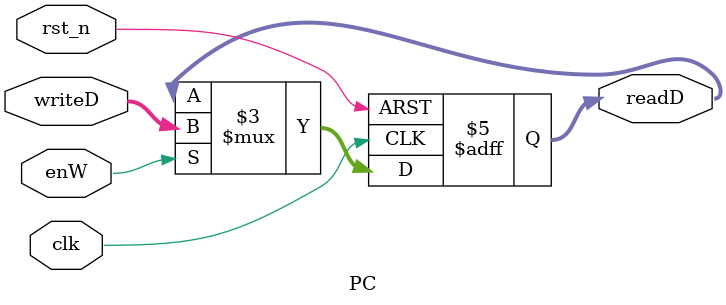
<source format=v>
module PC(
  input wire          clk,
  input wire          rst_n,
  input wire          enW,
  input wire [7 : 0] writeD,
  output reg [7 : 0] readD
);

always @(posedge clk, negedge rst_n) begin
  if(~rst_n) begin
    readD <= 8'b0;
  end else begin
    if(enW)
      readD <= writeD;
  end
end

endmodule
</source>
